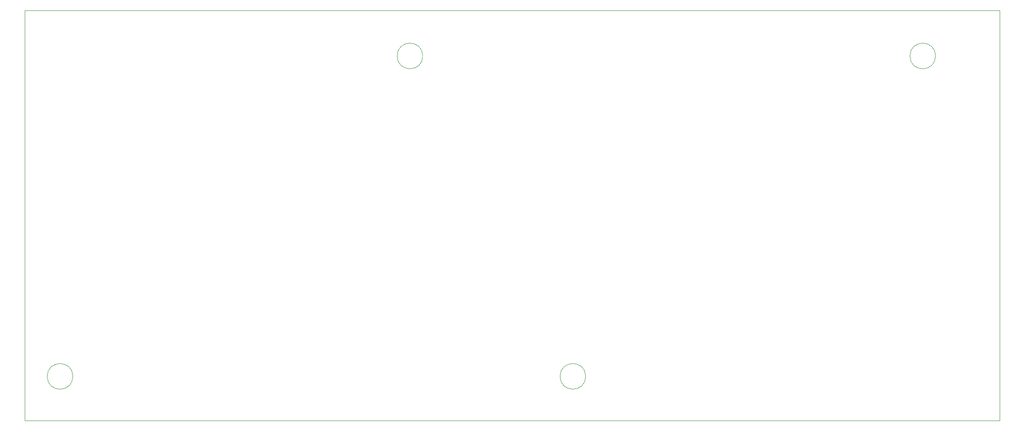
<source format=gbr>
%TF.GenerationSoftware,KiCad,Pcbnew,(6.0.10)*%
%TF.CreationDate,2025-04-12T23:07:49+02:00*%
%TF.ProjectId,pcb_shield,7063625f-7368-4696-956c-642e6b696361,1.0*%
%TF.SameCoordinates,Original*%
%TF.FileFunction,Profile,NP*%
%FSLAX46Y46*%
G04 Gerber Fmt 4.6, Leading zero omitted, Abs format (unit mm)*
G04 Created by KiCad (PCBNEW (6.0.10)) date 2025-04-12 23:07:49*
%MOMM*%
%LPD*%
G01*
G04 APERTURE LIST*
%TA.AperFunction,Profile*%
%ADD10C,0.100000*%
%TD*%
G04 APERTURE END LIST*
D10*
X138345000Y-59549000D02*
G75*
G03*
X138345000Y-59549000I-2500000J0D01*
G01*
X70156000Y-122049000D02*
G75*
G03*
X70156000Y-122049000I-2500000J0D01*
G01*
X170093000Y-122049000D02*
G75*
G03*
X170093000Y-122049000I-2500000J0D01*
G01*
X238282000Y-59549000D02*
G75*
G03*
X238282000Y-59549000I-2500000J0D01*
G01*
X60758000Y-50653000D02*
X250758000Y-50653000D01*
X250758000Y-50653000D02*
X250758000Y-130653000D01*
X250758000Y-130653000D02*
X60758000Y-130653000D01*
X60758000Y-130653000D02*
X60758000Y-50653000D01*
M02*

</source>
